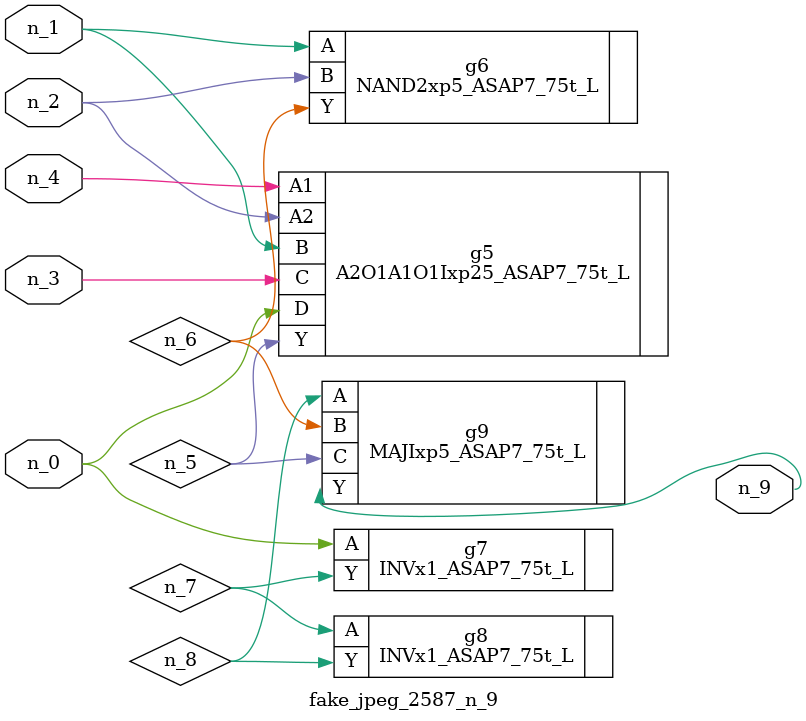
<source format=v>
module fake_jpeg_2587_n_9 (n_3, n_2, n_1, n_0, n_4, n_9);

input n_3;
input n_2;
input n_1;
input n_0;
input n_4;

output n_9;

wire n_8;
wire n_6;
wire n_5;
wire n_7;

A2O1A1O1Ixp25_ASAP7_75t_L g5 ( 
.A1(n_4),
.A2(n_2),
.B(n_1),
.C(n_3),
.D(n_0),
.Y(n_5)
);

NAND2xp5_ASAP7_75t_L g6 ( 
.A(n_1),
.B(n_2),
.Y(n_6)
);

INVx1_ASAP7_75t_L g7 ( 
.A(n_0),
.Y(n_7)
);

INVx1_ASAP7_75t_L g8 ( 
.A(n_7),
.Y(n_8)
);

MAJIxp5_ASAP7_75t_L g9 ( 
.A(n_8),
.B(n_6),
.C(n_5),
.Y(n_9)
);


endmodule
</source>
